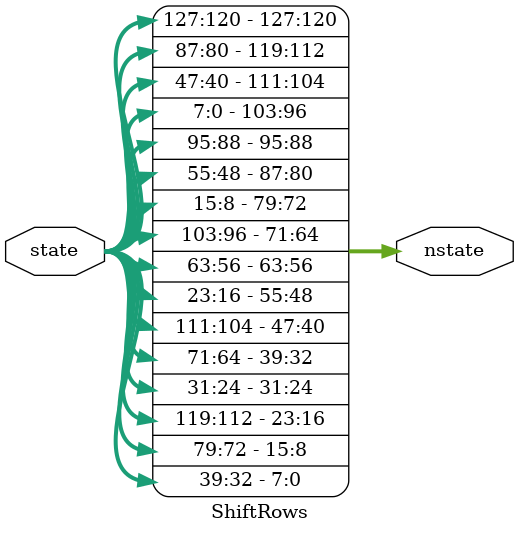
<source format=v>
module ShiftRows(input [127:0] state, output[127:0] nstate);
    assign nstate[127:120] = state[127:120];         // [0] = [0]
    assign nstate[119:112] = state[87:80];           // [1] = [5]
    assign nstate[111:104] = state[47:40];           // [2] = [10]
    assign nstate[103:96]  = state[7:0];             // [3] = [15]
    assign nstate[95:88]   = state[95:88];           // [4] = [4]
    assign nstate[87:80]   = state[55:48];           // [5] = [9]
    assign nstate[79:72]   = state[15:8];            // [6] = [14]
    assign nstate[71:64]   = state[103:96];          // [7] = [3]
    assign nstate[63:56]   = state[63:56];           // [8] = [8]
    assign nstate[55:48]   = state[23:16];           // [9] = [13]
    assign nstate[47:40]   = state[111:104];         // [10] = [2]
    assign nstate[39:32]   = state[71:64];           // [11] = [7]
    assign nstate[31:24]   = state[31:24];           // [12] = [12]
    assign nstate[23:16]   = state[119:112];         // [13] = [1]
    assign nstate[15:8]    = state[79:72];           // [14] = [6]
    assign nstate[7:0]     = state[39:32];           // [15] = [11]
endmodule
</source>
